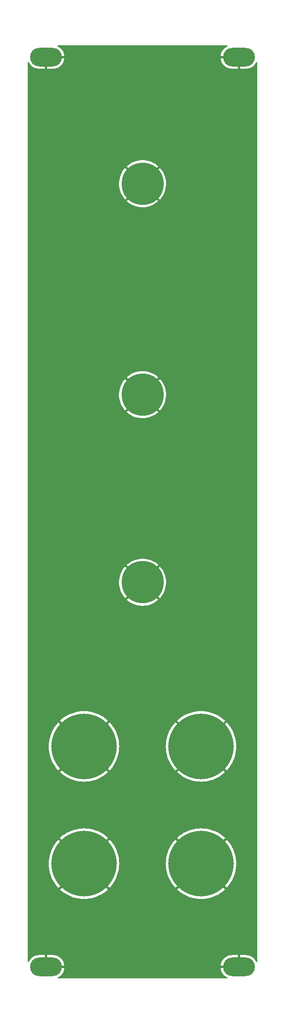
<source format=gbl>
G04 #@! TF.GenerationSoftware,KiCad,Pcbnew,6.0.4-6f826c9f35~116~ubuntu20.04.1*
G04 #@! TF.CreationDate,2022-04-19T12:37:51-04:00*
G04 #@! TF.ProjectId,vcapf_panel,76636170-665f-4706-916e-656c2e6b6963,rev?*
G04 #@! TF.SameCoordinates,Original*
G04 #@! TF.FileFunction,Copper,L2,Bot*
G04 #@! TF.FilePolarity,Positive*
%FSLAX46Y46*%
G04 Gerber Fmt 4.6, Leading zero omitted, Abs format (unit mm)*
G04 Created by KiCad (PCBNEW 6.0.4-6f826c9f35~116~ubuntu20.04.1) date 2022-04-19 12:37:51*
%MOMM*%
%LPD*%
G01*
G04 APERTURE LIST*
G04 #@! TA.AperFunction,ComponentPad*
%ADD10O,6.800000X4.000000*%
G04 #@! TD*
G04 #@! TA.AperFunction,ComponentPad*
%ADD11C,9.000000*%
G04 #@! TD*
G04 #@! TA.AperFunction,ComponentPad*
%ADD12C,14.000000*%
G04 #@! TD*
G04 APERTURE END LIST*
D10*
G04 #@! TO.P,H9,1*
G04 #@! TO.N,GND*
X61700000Y-10600000D03*
X61700000Y-204600000D03*
G04 #@! TD*
D11*
G04 #@! TO.P,H5,1*
G04 #@! TO.N,GND*
X41100000Y-37600000D03*
G04 #@! TD*
D12*
G04 #@! TO.P,H1,1*
G04 #@! TO.N,GND*
X28600000Y-157600000D03*
G04 #@! TD*
D10*
G04 #@! TO.P,H8,1*
G04 #@! TO.N,GND*
X20500000Y-10600000D03*
X20500000Y-204600000D03*
G04 #@! TD*
D12*
G04 #@! TO.P,H2,1*
G04 #@! TO.N,GND*
X28600000Y-182600000D03*
G04 #@! TD*
G04 #@! TO.P,H3,1*
G04 #@! TO.N,GND*
X53600000Y-157600000D03*
G04 #@! TD*
G04 #@! TO.P,H4,1*
G04 #@! TO.N,GND*
X53600000Y-182600000D03*
G04 #@! TD*
D11*
G04 #@! TO.P,H7,1*
G04 #@! TO.N,GND*
X41100000Y-82600000D03*
G04 #@! TD*
G04 #@! TO.P,H6,1*
G04 #@! TO.N,GND*
X41100000Y-122600000D03*
G04 #@! TD*
G04 #@! TA.AperFunction,Conductor*
G04 #@! TO.N,GND*
G36*
X59208761Y-8128502D02*
G01*
X59255254Y-8182158D01*
X59265358Y-8252432D01*
X59235864Y-8317012D01*
X59194288Y-8348508D01*
X59092959Y-8396190D01*
X59086026Y-8400001D01*
X58826271Y-8564847D01*
X58819868Y-8569498D01*
X58582813Y-8765607D01*
X58577046Y-8771023D01*
X58366443Y-8995293D01*
X58361404Y-9001384D01*
X58180570Y-9250281D01*
X58176330Y-9256961D01*
X58028110Y-9526572D01*
X58024753Y-9533707D01*
X57911492Y-9819770D01*
X57909047Y-9827296D01*
X57832538Y-10125279D01*
X57831055Y-10133050D01*
X57806425Y-10328026D01*
X57808728Y-10342306D01*
X57821720Y-10346000D01*
X61828000Y-10346000D01*
X61896121Y-10366002D01*
X61942614Y-10419658D01*
X61954000Y-10472000D01*
X61954000Y-13089885D01*
X61958475Y-13105124D01*
X61959865Y-13106329D01*
X61967548Y-13108000D01*
X63176829Y-13108000D01*
X63180820Y-13107874D01*
X63410994Y-13093393D01*
X63418855Y-13092400D01*
X63721046Y-13034754D01*
X63728723Y-13032783D01*
X64021309Y-12937716D01*
X64028672Y-12934801D01*
X64307041Y-12803811D01*
X64313974Y-12799999D01*
X64573729Y-12635153D01*
X64580132Y-12630502D01*
X64817187Y-12434393D01*
X64822954Y-12428977D01*
X65033557Y-12204707D01*
X65038596Y-12198616D01*
X65219430Y-11949719D01*
X65223670Y-11943039D01*
X65355085Y-11703996D01*
X65405431Y-11653937D01*
X65474848Y-11639044D01*
X65541297Y-11664045D01*
X65583681Y-11721002D01*
X65591500Y-11764697D01*
X65591500Y-203435303D01*
X65571498Y-203503424D01*
X65517842Y-203549917D01*
X65447568Y-203560021D01*
X65382988Y-203530527D01*
X65355085Y-203496004D01*
X65223670Y-203256961D01*
X65219430Y-203250281D01*
X65038596Y-203001384D01*
X65033557Y-202995293D01*
X64822954Y-202771023D01*
X64817187Y-202765607D01*
X64580132Y-202569498D01*
X64573729Y-202564847D01*
X64313974Y-202400001D01*
X64307041Y-202396189D01*
X64028672Y-202265199D01*
X64021309Y-202262284D01*
X63728723Y-202167217D01*
X63721046Y-202165246D01*
X63418855Y-202107600D01*
X63410994Y-202106607D01*
X63180820Y-202092126D01*
X63176829Y-202092000D01*
X61972115Y-202092000D01*
X61956876Y-202096475D01*
X61955671Y-202097865D01*
X61954000Y-202105548D01*
X61954000Y-204728000D01*
X61933998Y-204796121D01*
X61880342Y-204842614D01*
X61828000Y-204854000D01*
X57822269Y-204854000D01*
X57808392Y-204858075D01*
X57806355Y-204871426D01*
X57831055Y-205066950D01*
X57832538Y-205074721D01*
X57909047Y-205372704D01*
X57911492Y-205380230D01*
X58024753Y-205666293D01*
X58028110Y-205673428D01*
X58176330Y-205943039D01*
X58180570Y-205949719D01*
X58361404Y-206198616D01*
X58366443Y-206204707D01*
X58577046Y-206428977D01*
X58582813Y-206434393D01*
X58819868Y-206630502D01*
X58826271Y-206635153D01*
X59086026Y-206799999D01*
X59092959Y-206803810D01*
X59194288Y-206851492D01*
X59247409Y-206898594D01*
X59266632Y-206966939D01*
X59245853Y-207034827D01*
X59191670Y-207080704D01*
X59140640Y-207091500D01*
X23059360Y-207091500D01*
X22991239Y-207071498D01*
X22944746Y-207017842D01*
X22934642Y-206947568D01*
X22964136Y-206882988D01*
X23005712Y-206851492D01*
X23107041Y-206803810D01*
X23113974Y-206799999D01*
X23373729Y-206635153D01*
X23380132Y-206630502D01*
X23617187Y-206434393D01*
X23622954Y-206428977D01*
X23833557Y-206204707D01*
X23838596Y-206198616D01*
X24019430Y-205949719D01*
X24023670Y-205943039D01*
X24171890Y-205673428D01*
X24175247Y-205666293D01*
X24288508Y-205380230D01*
X24290953Y-205372704D01*
X24367462Y-205074721D01*
X24368945Y-205066950D01*
X24393575Y-204871974D01*
X24391272Y-204857694D01*
X24378280Y-204854000D01*
X20372000Y-204854000D01*
X20303879Y-204833998D01*
X20257386Y-204780342D01*
X20246000Y-204728000D01*
X20246000Y-204327885D01*
X20754000Y-204327885D01*
X20758475Y-204343124D01*
X20759865Y-204344329D01*
X20767548Y-204346000D01*
X24377731Y-204346000D01*
X24391608Y-204341925D01*
X24393645Y-204328574D01*
X24393576Y-204328026D01*
X57806425Y-204328026D01*
X57808728Y-204342306D01*
X57821720Y-204346000D01*
X61427885Y-204346000D01*
X61443124Y-204341525D01*
X61444329Y-204340135D01*
X61446000Y-204332452D01*
X61446000Y-202110115D01*
X61441525Y-202094876D01*
X61440135Y-202093671D01*
X61432452Y-202092000D01*
X60223171Y-202092000D01*
X60219180Y-202092126D01*
X59989006Y-202106607D01*
X59981145Y-202107600D01*
X59678954Y-202165246D01*
X59671277Y-202167217D01*
X59378691Y-202262284D01*
X59371328Y-202265199D01*
X59092959Y-202396189D01*
X59086026Y-202400001D01*
X58826271Y-202564847D01*
X58819868Y-202569498D01*
X58582813Y-202765607D01*
X58577046Y-202771023D01*
X58366443Y-202995293D01*
X58361404Y-203001384D01*
X58180570Y-203250281D01*
X58176330Y-203256961D01*
X58028110Y-203526572D01*
X58024753Y-203533707D01*
X57911492Y-203819770D01*
X57909047Y-203827296D01*
X57832538Y-204125279D01*
X57831055Y-204133050D01*
X57806425Y-204328026D01*
X24393576Y-204328026D01*
X24368945Y-204133050D01*
X24367462Y-204125279D01*
X24290953Y-203827296D01*
X24288508Y-203819770D01*
X24175247Y-203533707D01*
X24171890Y-203526572D01*
X24023670Y-203256961D01*
X24019430Y-203250281D01*
X23838596Y-203001384D01*
X23833557Y-202995293D01*
X23622954Y-202771023D01*
X23617187Y-202765607D01*
X23380132Y-202569498D01*
X23373729Y-202564847D01*
X23113974Y-202400001D01*
X23107041Y-202396189D01*
X22828672Y-202265199D01*
X22821309Y-202262284D01*
X22528723Y-202167217D01*
X22521046Y-202165246D01*
X22218855Y-202107600D01*
X22210994Y-202106607D01*
X21980820Y-202092126D01*
X21976829Y-202092000D01*
X20772115Y-202092000D01*
X20756876Y-202096475D01*
X20755671Y-202097865D01*
X20754000Y-202105548D01*
X20754000Y-204327885D01*
X20246000Y-204327885D01*
X20246000Y-202110115D01*
X20241525Y-202094876D01*
X20240135Y-202093671D01*
X20232452Y-202092000D01*
X19023171Y-202092000D01*
X19019180Y-202092126D01*
X18789006Y-202106607D01*
X18781145Y-202107600D01*
X18478954Y-202165246D01*
X18471277Y-202167217D01*
X18178691Y-202262284D01*
X18171328Y-202265199D01*
X17892959Y-202396189D01*
X17886026Y-202400001D01*
X17626271Y-202564847D01*
X17619868Y-202569498D01*
X17382813Y-202765607D01*
X17377046Y-202771023D01*
X17166443Y-202995293D01*
X17161404Y-203001384D01*
X16980570Y-203250281D01*
X16976330Y-203256961D01*
X16844915Y-203496004D01*
X16794569Y-203546063D01*
X16725152Y-203560956D01*
X16658703Y-203535955D01*
X16616319Y-203478998D01*
X16608500Y-203435303D01*
X16608500Y-188087102D01*
X23478438Y-188087102D01*
X23478462Y-188087441D01*
X23484285Y-188096073D01*
X23728991Y-188319913D01*
X23732445Y-188322852D01*
X24150430Y-188653550D01*
X24154067Y-188656222D01*
X24594618Y-188956182D01*
X24598446Y-188958593D01*
X25059337Y-189226300D01*
X25063309Y-189228421D01*
X25542148Y-189462483D01*
X25546284Y-189464325D01*
X26040627Y-189663551D01*
X26044871Y-189665087D01*
X26552218Y-189828467D01*
X26556539Y-189829689D01*
X27074254Y-189956374D01*
X27078695Y-189957294D01*
X27604141Y-190046637D01*
X27608595Y-190047232D01*
X28139106Y-190098782D01*
X28143579Y-190099056D01*
X28676427Y-190112543D01*
X28680930Y-190112496D01*
X29213352Y-190087853D01*
X29217836Y-190087485D01*
X29747152Y-190024836D01*
X29751591Y-190024149D01*
X30275087Y-189923814D01*
X30279446Y-189922815D01*
X30794414Y-189785311D01*
X30798727Y-189783992D01*
X31302525Y-189610028D01*
X31306740Y-189608402D01*
X31796805Y-189398866D01*
X31800892Y-189396943D01*
X32274731Y-189152900D01*
X32278658Y-189150696D01*
X32733828Y-188873404D01*
X32737624Y-188870901D01*
X33171786Y-188561788D01*
X33175372Y-188559036D01*
X33586362Y-188219640D01*
X33589705Y-188216672D01*
X33713630Y-188098453D01*
X33720179Y-188087102D01*
X48478438Y-188087102D01*
X48478462Y-188087441D01*
X48484285Y-188096073D01*
X48728991Y-188319913D01*
X48732445Y-188322852D01*
X49150430Y-188653550D01*
X49154067Y-188656222D01*
X49594618Y-188956182D01*
X49598446Y-188958593D01*
X50059337Y-189226300D01*
X50063309Y-189228421D01*
X50542148Y-189462483D01*
X50546284Y-189464325D01*
X51040627Y-189663551D01*
X51044871Y-189665087D01*
X51552218Y-189828467D01*
X51556539Y-189829689D01*
X52074254Y-189956374D01*
X52078695Y-189957294D01*
X52604141Y-190046637D01*
X52608595Y-190047232D01*
X53139106Y-190098782D01*
X53143579Y-190099056D01*
X53676427Y-190112543D01*
X53680930Y-190112496D01*
X54213352Y-190087853D01*
X54217836Y-190087485D01*
X54747152Y-190024836D01*
X54751591Y-190024149D01*
X55275087Y-189923814D01*
X55279446Y-189922815D01*
X55794414Y-189785311D01*
X55798727Y-189783992D01*
X56302525Y-189610028D01*
X56306740Y-189608402D01*
X56796805Y-189398866D01*
X56800892Y-189396943D01*
X57274731Y-189152900D01*
X57278658Y-189150696D01*
X57733828Y-188873404D01*
X57737624Y-188870901D01*
X58171786Y-188561788D01*
X58175372Y-188559036D01*
X58586362Y-188219640D01*
X58589705Y-188216672D01*
X58713630Y-188098453D01*
X58721568Y-188084695D01*
X58721518Y-188083649D01*
X58716625Y-188075835D01*
X53612812Y-182972022D01*
X53598868Y-182964408D01*
X53597035Y-182964539D01*
X53590420Y-182968790D01*
X48486052Y-188073158D01*
X48478438Y-188087102D01*
X33720179Y-188087102D01*
X33721568Y-188084695D01*
X33721518Y-188083649D01*
X33716625Y-188075835D01*
X28612812Y-182972022D01*
X28598868Y-182964408D01*
X28597035Y-182964539D01*
X28590420Y-182968790D01*
X23486052Y-188073158D01*
X23478438Y-188087102D01*
X16608500Y-188087102D01*
X16608500Y-182650201D01*
X21087236Y-182650201D01*
X21087267Y-182654699D01*
X21110052Y-183187215D01*
X21110404Y-183191696D01*
X21171206Y-183721240D01*
X21171874Y-183725659D01*
X21270381Y-184249497D01*
X21271370Y-184253884D01*
X21407070Y-184769308D01*
X21408381Y-184773648D01*
X21580581Y-185278039D01*
X21582188Y-185282249D01*
X21790028Y-185773079D01*
X21791917Y-185777129D01*
X22034314Y-186251836D01*
X22036507Y-186255776D01*
X22312217Y-186711925D01*
X22314678Y-186715685D01*
X22622290Y-187150947D01*
X22625036Y-187154552D01*
X22962987Y-187566712D01*
X22965944Y-187570066D01*
X23101751Y-187713428D01*
X23115482Y-187721415D01*
X23116410Y-187721374D01*
X23124399Y-187716391D01*
X28227978Y-182612812D01*
X28234356Y-182601132D01*
X28964408Y-182601132D01*
X28964539Y-182602965D01*
X28968790Y-182609580D01*
X34073389Y-187714179D01*
X34087333Y-187721793D01*
X34087556Y-187721778D01*
X34096338Y-187715831D01*
X34336905Y-187450987D01*
X34339793Y-187447570D01*
X34669044Y-187028414D01*
X34671701Y-187024771D01*
X34970130Y-186583164D01*
X34972526Y-186579329D01*
X35238617Y-186117514D01*
X35240726Y-186113531D01*
X35473116Y-185633878D01*
X35474941Y-185629741D01*
X35672446Y-185134690D01*
X35673961Y-185130460D01*
X35835567Y-184622549D01*
X35836781Y-184618202D01*
X35961661Y-184100034D01*
X35962555Y-184095638D01*
X36050064Y-183569885D01*
X36050649Y-183565380D01*
X36100363Y-183034517D01*
X36100613Y-183030439D01*
X36111566Y-182650201D01*
X46087236Y-182650201D01*
X46087267Y-182654699D01*
X46110052Y-183187215D01*
X46110404Y-183191696D01*
X46171206Y-183721240D01*
X46171874Y-183725659D01*
X46270381Y-184249497D01*
X46271370Y-184253884D01*
X46407070Y-184769308D01*
X46408381Y-184773648D01*
X46580581Y-185278039D01*
X46582188Y-185282249D01*
X46790028Y-185773079D01*
X46791917Y-185777129D01*
X47034314Y-186251836D01*
X47036507Y-186255776D01*
X47312217Y-186711925D01*
X47314678Y-186715685D01*
X47622290Y-187150947D01*
X47625036Y-187154552D01*
X47962987Y-187566712D01*
X47965944Y-187570066D01*
X48101751Y-187713428D01*
X48115482Y-187721415D01*
X48116410Y-187721374D01*
X48124399Y-187716391D01*
X53227978Y-182612812D01*
X53234356Y-182601132D01*
X53964408Y-182601132D01*
X53964539Y-182602965D01*
X53968790Y-182609580D01*
X59073389Y-187714179D01*
X59087333Y-187721793D01*
X59087556Y-187721778D01*
X59096338Y-187715831D01*
X59336905Y-187450987D01*
X59339793Y-187447570D01*
X59669044Y-187028414D01*
X59671701Y-187024771D01*
X59970130Y-186583164D01*
X59972526Y-186579329D01*
X60238617Y-186117514D01*
X60240726Y-186113531D01*
X60473116Y-185633878D01*
X60474941Y-185629741D01*
X60672446Y-185134690D01*
X60673961Y-185130460D01*
X60835567Y-184622549D01*
X60836781Y-184618202D01*
X60961661Y-184100034D01*
X60962555Y-184095638D01*
X61050064Y-183569885D01*
X61050649Y-183565380D01*
X61100363Y-183034517D01*
X61100613Y-183030439D01*
X61112954Y-182602024D01*
X61112939Y-182597967D01*
X61093866Y-182065096D01*
X61093544Y-182060601D01*
X61036442Y-181530662D01*
X61035800Y-181526211D01*
X60940955Y-181001710D01*
X60939999Y-180997327D01*
X60807892Y-180480933D01*
X60806630Y-180476645D01*
X60637938Y-179971015D01*
X60636370Y-179966818D01*
X60431966Y-179474558D01*
X60430088Y-179470456D01*
X60191023Y-178994094D01*
X60188855Y-178990133D01*
X59916347Y-178532090D01*
X59913891Y-178528279D01*
X59609331Y-178090890D01*
X59606624Y-178087284D01*
X59271552Y-177672765D01*
X59268609Y-177669380D01*
X59098034Y-177486780D01*
X59084361Y-177478698D01*
X59083667Y-177478724D01*
X59075320Y-177483890D01*
X53972022Y-182587188D01*
X53964408Y-182601132D01*
X53234356Y-182601132D01*
X53235592Y-182598868D01*
X53235461Y-182597035D01*
X53231210Y-182590420D01*
X48127007Y-177486217D01*
X48113063Y-177478603D01*
X48112606Y-177478635D01*
X48104130Y-177484332D01*
X47897104Y-177709077D01*
X47894190Y-177712477D01*
X47562015Y-178129331D01*
X47559344Y-178132941D01*
X47257831Y-178572465D01*
X47255409Y-178576283D01*
X46986107Y-179036216D01*
X46983964Y-179040196D01*
X46748233Y-179518211D01*
X46746376Y-179522343D01*
X46545427Y-180015984D01*
X46543874Y-180020230D01*
X46378729Y-180526984D01*
X46377484Y-180531326D01*
X46248991Y-181048608D01*
X46248067Y-181052991D01*
X46156885Y-181578152D01*
X46156274Y-181582609D01*
X46102873Y-182112930D01*
X46102583Y-182117413D01*
X46087236Y-182650201D01*
X36111566Y-182650201D01*
X36112954Y-182602024D01*
X36112939Y-182597967D01*
X36093866Y-182065096D01*
X36093544Y-182060601D01*
X36036442Y-181530662D01*
X36035800Y-181526211D01*
X35940955Y-181001710D01*
X35939999Y-180997327D01*
X35807892Y-180480933D01*
X35806630Y-180476645D01*
X35637938Y-179971015D01*
X35636370Y-179966818D01*
X35431966Y-179474558D01*
X35430088Y-179470456D01*
X35191023Y-178994094D01*
X35188855Y-178990133D01*
X34916347Y-178532090D01*
X34913891Y-178528279D01*
X34609331Y-178090890D01*
X34606624Y-178087284D01*
X34271552Y-177672765D01*
X34268609Y-177669380D01*
X34098034Y-177486780D01*
X34084361Y-177478698D01*
X34083667Y-177478724D01*
X34075320Y-177483890D01*
X28972022Y-182587188D01*
X28964408Y-182601132D01*
X28234356Y-182601132D01*
X28235592Y-182598868D01*
X28235461Y-182597035D01*
X28231210Y-182590420D01*
X23127007Y-177486217D01*
X23113063Y-177478603D01*
X23112606Y-177478635D01*
X23104130Y-177484332D01*
X22897104Y-177709077D01*
X22894190Y-177712477D01*
X22562015Y-178129331D01*
X22559344Y-178132941D01*
X22257831Y-178572465D01*
X22255409Y-178576283D01*
X21986107Y-179036216D01*
X21983964Y-179040196D01*
X21748233Y-179518211D01*
X21746376Y-179522343D01*
X21545427Y-180015984D01*
X21543874Y-180020230D01*
X21378729Y-180526984D01*
X21377484Y-180531326D01*
X21248991Y-181048608D01*
X21248067Y-181052991D01*
X21156885Y-181578152D01*
X21156274Y-181582609D01*
X21102873Y-182112930D01*
X21102583Y-182117413D01*
X21087236Y-182650201D01*
X16608500Y-182650201D01*
X16608500Y-177115591D01*
X23478674Y-177115591D01*
X23478707Y-177116404D01*
X23483783Y-177124573D01*
X28587188Y-182227978D01*
X28601132Y-182235592D01*
X28602965Y-182235461D01*
X28609580Y-182231210D01*
X33713682Y-177127108D01*
X33719971Y-177115591D01*
X48478674Y-177115591D01*
X48478707Y-177116404D01*
X48483783Y-177124573D01*
X53587188Y-182227978D01*
X53601132Y-182235592D01*
X53602965Y-182235461D01*
X53609580Y-182231210D01*
X58713682Y-177127108D01*
X58721296Y-177113164D01*
X58721255Y-177112590D01*
X58715684Y-177104268D01*
X58510818Y-176914228D01*
X58507387Y-176911267D01*
X58091729Y-176577666D01*
X58088115Y-176574972D01*
X57649654Y-176271933D01*
X57645835Y-176269490D01*
X57186846Y-175998585D01*
X57182877Y-175996430D01*
X56705679Y-175759028D01*
X56701575Y-175757166D01*
X56208610Y-175554483D01*
X56204395Y-175552924D01*
X55698199Y-175386006D01*
X55693883Y-175384752D01*
X55177042Y-175254451D01*
X55172665Y-175253513D01*
X54647822Y-175160496D01*
X54643365Y-175159870D01*
X54113241Y-175104620D01*
X54108747Y-175104313D01*
X53576027Y-175087107D01*
X53571530Y-175087122D01*
X53038927Y-175108048D01*
X53034451Y-175108384D01*
X52504713Y-175167336D01*
X52500261Y-175167994D01*
X51976106Y-175264667D01*
X51971701Y-175265643D01*
X51455801Y-175399545D01*
X51451490Y-175400830D01*
X50946471Y-175571278D01*
X50942259Y-175572870D01*
X50450723Y-175778988D01*
X50446647Y-175780871D01*
X49971109Y-176021605D01*
X49967158Y-176023786D01*
X49510063Y-176297893D01*
X49506267Y-176300358D01*
X49069930Y-176606452D01*
X49066347Y-176609162D01*
X48653007Y-176945674D01*
X48649617Y-176948642D01*
X48486708Y-177101891D01*
X48478674Y-177115591D01*
X33719971Y-177115591D01*
X33721296Y-177113164D01*
X33721255Y-177112590D01*
X33715684Y-177104268D01*
X33510818Y-176914228D01*
X33507387Y-176911267D01*
X33091729Y-176577666D01*
X33088115Y-176574972D01*
X32649654Y-176271933D01*
X32645835Y-176269490D01*
X32186846Y-175998585D01*
X32182877Y-175996430D01*
X31705679Y-175759028D01*
X31701575Y-175757166D01*
X31208610Y-175554483D01*
X31204395Y-175552924D01*
X30698199Y-175386006D01*
X30693883Y-175384752D01*
X30177042Y-175254451D01*
X30172665Y-175253513D01*
X29647822Y-175160496D01*
X29643365Y-175159870D01*
X29113241Y-175104620D01*
X29108747Y-175104313D01*
X28576027Y-175087107D01*
X28571530Y-175087122D01*
X28038927Y-175108048D01*
X28034451Y-175108384D01*
X27504713Y-175167336D01*
X27500261Y-175167994D01*
X26976106Y-175264667D01*
X26971701Y-175265643D01*
X26455801Y-175399545D01*
X26451490Y-175400830D01*
X25946471Y-175571278D01*
X25942259Y-175572870D01*
X25450723Y-175778988D01*
X25446647Y-175780871D01*
X24971109Y-176021605D01*
X24967158Y-176023786D01*
X24510063Y-176297893D01*
X24506267Y-176300358D01*
X24069930Y-176606452D01*
X24066347Y-176609162D01*
X23653007Y-176945674D01*
X23649617Y-176948642D01*
X23486708Y-177101891D01*
X23478674Y-177115591D01*
X16608500Y-177115591D01*
X16608500Y-163087102D01*
X23478438Y-163087102D01*
X23478462Y-163087441D01*
X23484285Y-163096073D01*
X23728991Y-163319913D01*
X23732445Y-163322852D01*
X24150430Y-163653550D01*
X24154067Y-163656222D01*
X24594618Y-163956182D01*
X24598446Y-163958593D01*
X25059337Y-164226300D01*
X25063309Y-164228421D01*
X25542148Y-164462483D01*
X25546284Y-164464325D01*
X26040627Y-164663551D01*
X26044871Y-164665087D01*
X26552218Y-164828467D01*
X26556539Y-164829689D01*
X27074254Y-164956374D01*
X27078695Y-164957294D01*
X27604141Y-165046637D01*
X27608595Y-165047232D01*
X28139106Y-165098782D01*
X28143579Y-165099056D01*
X28676427Y-165112543D01*
X28680930Y-165112496D01*
X29213352Y-165087853D01*
X29217836Y-165087485D01*
X29747152Y-165024836D01*
X29751591Y-165024149D01*
X30275087Y-164923814D01*
X30279446Y-164922815D01*
X30794414Y-164785311D01*
X30798727Y-164783992D01*
X31302525Y-164610028D01*
X31306740Y-164608402D01*
X31796805Y-164398866D01*
X31800892Y-164396943D01*
X32274731Y-164152900D01*
X32278658Y-164150696D01*
X32733828Y-163873404D01*
X32737624Y-163870901D01*
X33171786Y-163561788D01*
X33175372Y-163559036D01*
X33586362Y-163219640D01*
X33589705Y-163216672D01*
X33713630Y-163098453D01*
X33720179Y-163087102D01*
X48478438Y-163087102D01*
X48478462Y-163087441D01*
X48484285Y-163096073D01*
X48728991Y-163319913D01*
X48732445Y-163322852D01*
X49150430Y-163653550D01*
X49154067Y-163656222D01*
X49594618Y-163956182D01*
X49598446Y-163958593D01*
X50059337Y-164226300D01*
X50063309Y-164228421D01*
X50542148Y-164462483D01*
X50546284Y-164464325D01*
X51040627Y-164663551D01*
X51044871Y-164665087D01*
X51552218Y-164828467D01*
X51556539Y-164829689D01*
X52074254Y-164956374D01*
X52078695Y-164957294D01*
X52604141Y-165046637D01*
X52608595Y-165047232D01*
X53139106Y-165098782D01*
X53143579Y-165099056D01*
X53676427Y-165112543D01*
X53680930Y-165112496D01*
X54213352Y-165087853D01*
X54217836Y-165087485D01*
X54747152Y-165024836D01*
X54751591Y-165024149D01*
X55275087Y-164923814D01*
X55279446Y-164922815D01*
X55794414Y-164785311D01*
X55798727Y-164783992D01*
X56302525Y-164610028D01*
X56306740Y-164608402D01*
X56796805Y-164398866D01*
X56800892Y-164396943D01*
X57274731Y-164152900D01*
X57278658Y-164150696D01*
X57733828Y-163873404D01*
X57737624Y-163870901D01*
X58171786Y-163561788D01*
X58175372Y-163559036D01*
X58586362Y-163219640D01*
X58589705Y-163216672D01*
X58713630Y-163098453D01*
X58721568Y-163084695D01*
X58721518Y-163083649D01*
X58716625Y-163075835D01*
X53612812Y-157972022D01*
X53598868Y-157964408D01*
X53597035Y-157964539D01*
X53590420Y-157968790D01*
X48486052Y-163073158D01*
X48478438Y-163087102D01*
X33720179Y-163087102D01*
X33721568Y-163084695D01*
X33721518Y-163083649D01*
X33716625Y-163075835D01*
X28612812Y-157972022D01*
X28598868Y-157964408D01*
X28597035Y-157964539D01*
X28590420Y-157968790D01*
X23486052Y-163073158D01*
X23478438Y-163087102D01*
X16608500Y-163087102D01*
X16608500Y-157650201D01*
X21087236Y-157650201D01*
X21087267Y-157654699D01*
X21110052Y-158187215D01*
X21110404Y-158191696D01*
X21171206Y-158721240D01*
X21171874Y-158725659D01*
X21270381Y-159249497D01*
X21271370Y-159253884D01*
X21407070Y-159769308D01*
X21408381Y-159773648D01*
X21580581Y-160278039D01*
X21582188Y-160282249D01*
X21790028Y-160773079D01*
X21791917Y-160777129D01*
X22034314Y-161251836D01*
X22036507Y-161255776D01*
X22312217Y-161711925D01*
X22314678Y-161715685D01*
X22622290Y-162150947D01*
X22625036Y-162154552D01*
X22962987Y-162566712D01*
X22965944Y-162570066D01*
X23101751Y-162713428D01*
X23115482Y-162721415D01*
X23116410Y-162721374D01*
X23124399Y-162716391D01*
X28227978Y-157612812D01*
X28234356Y-157601132D01*
X28964408Y-157601132D01*
X28964539Y-157602965D01*
X28968790Y-157609580D01*
X34073389Y-162714179D01*
X34087333Y-162721793D01*
X34087556Y-162721778D01*
X34096338Y-162715831D01*
X34336905Y-162450987D01*
X34339793Y-162447570D01*
X34669044Y-162028414D01*
X34671701Y-162024771D01*
X34970130Y-161583164D01*
X34972526Y-161579329D01*
X35238617Y-161117514D01*
X35240726Y-161113531D01*
X35473116Y-160633878D01*
X35474941Y-160629741D01*
X35672446Y-160134690D01*
X35673961Y-160130460D01*
X35835567Y-159622549D01*
X35836781Y-159618202D01*
X35961661Y-159100034D01*
X35962555Y-159095638D01*
X36050064Y-158569885D01*
X36050649Y-158565380D01*
X36100363Y-158034517D01*
X36100613Y-158030439D01*
X36111566Y-157650201D01*
X46087236Y-157650201D01*
X46087267Y-157654699D01*
X46110052Y-158187215D01*
X46110404Y-158191696D01*
X46171206Y-158721240D01*
X46171874Y-158725659D01*
X46270381Y-159249497D01*
X46271370Y-159253884D01*
X46407070Y-159769308D01*
X46408381Y-159773648D01*
X46580581Y-160278039D01*
X46582188Y-160282249D01*
X46790028Y-160773079D01*
X46791917Y-160777129D01*
X47034314Y-161251836D01*
X47036507Y-161255776D01*
X47312217Y-161711925D01*
X47314678Y-161715685D01*
X47622290Y-162150947D01*
X47625036Y-162154552D01*
X47962987Y-162566712D01*
X47965944Y-162570066D01*
X48101751Y-162713428D01*
X48115482Y-162721415D01*
X48116410Y-162721374D01*
X48124399Y-162716391D01*
X53227978Y-157612812D01*
X53234356Y-157601132D01*
X53964408Y-157601132D01*
X53964539Y-157602965D01*
X53968790Y-157609580D01*
X59073389Y-162714179D01*
X59087333Y-162721793D01*
X59087556Y-162721778D01*
X59096338Y-162715831D01*
X59336905Y-162450987D01*
X59339793Y-162447570D01*
X59669044Y-162028414D01*
X59671701Y-162024771D01*
X59970130Y-161583164D01*
X59972526Y-161579329D01*
X60238617Y-161117514D01*
X60240726Y-161113531D01*
X60473116Y-160633878D01*
X60474941Y-160629741D01*
X60672446Y-160134690D01*
X60673961Y-160130460D01*
X60835567Y-159622549D01*
X60836781Y-159618202D01*
X60961661Y-159100034D01*
X60962555Y-159095638D01*
X61050064Y-158569885D01*
X61050649Y-158565380D01*
X61100363Y-158034517D01*
X61100613Y-158030439D01*
X61112954Y-157602024D01*
X61112939Y-157597967D01*
X61093866Y-157065096D01*
X61093544Y-157060601D01*
X61036442Y-156530662D01*
X61035800Y-156526211D01*
X60940955Y-156001710D01*
X60939999Y-155997327D01*
X60807892Y-155480933D01*
X60806630Y-155476645D01*
X60637938Y-154971015D01*
X60636370Y-154966818D01*
X60431966Y-154474558D01*
X60430088Y-154470456D01*
X60191023Y-153994094D01*
X60188855Y-153990133D01*
X59916347Y-153532090D01*
X59913891Y-153528279D01*
X59609331Y-153090890D01*
X59606624Y-153087284D01*
X59271552Y-152672765D01*
X59268609Y-152669380D01*
X59098034Y-152486780D01*
X59084361Y-152478698D01*
X59083667Y-152478724D01*
X59075320Y-152483890D01*
X53972022Y-157587188D01*
X53964408Y-157601132D01*
X53234356Y-157601132D01*
X53235592Y-157598868D01*
X53235461Y-157597035D01*
X53231210Y-157590420D01*
X48127007Y-152486217D01*
X48113063Y-152478603D01*
X48112606Y-152478635D01*
X48104130Y-152484332D01*
X47897104Y-152709077D01*
X47894190Y-152712477D01*
X47562015Y-153129331D01*
X47559344Y-153132941D01*
X47257831Y-153572465D01*
X47255409Y-153576283D01*
X46986107Y-154036216D01*
X46983964Y-154040196D01*
X46748233Y-154518211D01*
X46746376Y-154522343D01*
X46545427Y-155015984D01*
X46543874Y-155020230D01*
X46378729Y-155526984D01*
X46377484Y-155531326D01*
X46248991Y-156048608D01*
X46248067Y-156052991D01*
X46156885Y-156578152D01*
X46156274Y-156582609D01*
X46102873Y-157112930D01*
X46102583Y-157117413D01*
X46087236Y-157650201D01*
X36111566Y-157650201D01*
X36112954Y-157602024D01*
X36112939Y-157597967D01*
X36093866Y-157065096D01*
X36093544Y-157060601D01*
X36036442Y-156530662D01*
X36035800Y-156526211D01*
X35940955Y-156001710D01*
X35939999Y-155997327D01*
X35807892Y-155480933D01*
X35806630Y-155476645D01*
X35637938Y-154971015D01*
X35636370Y-154966818D01*
X35431966Y-154474558D01*
X35430088Y-154470456D01*
X35191023Y-153994094D01*
X35188855Y-153990133D01*
X34916347Y-153532090D01*
X34913891Y-153528279D01*
X34609331Y-153090890D01*
X34606624Y-153087284D01*
X34271552Y-152672765D01*
X34268609Y-152669380D01*
X34098034Y-152486780D01*
X34084361Y-152478698D01*
X34083667Y-152478724D01*
X34075320Y-152483890D01*
X28972022Y-157587188D01*
X28964408Y-157601132D01*
X28234356Y-157601132D01*
X28235592Y-157598868D01*
X28235461Y-157597035D01*
X28231210Y-157590420D01*
X23127007Y-152486217D01*
X23113063Y-152478603D01*
X23112606Y-152478635D01*
X23104130Y-152484332D01*
X22897104Y-152709077D01*
X22894190Y-152712477D01*
X22562015Y-153129331D01*
X22559344Y-153132941D01*
X22257831Y-153572465D01*
X22255409Y-153576283D01*
X21986107Y-154036216D01*
X21983964Y-154040196D01*
X21748233Y-154518211D01*
X21746376Y-154522343D01*
X21545427Y-155015984D01*
X21543874Y-155020230D01*
X21378729Y-155526984D01*
X21377484Y-155531326D01*
X21248991Y-156048608D01*
X21248067Y-156052991D01*
X21156885Y-156578152D01*
X21156274Y-156582609D01*
X21102873Y-157112930D01*
X21102583Y-157117413D01*
X21087236Y-157650201D01*
X16608500Y-157650201D01*
X16608500Y-152115591D01*
X23478674Y-152115591D01*
X23478707Y-152116404D01*
X23483783Y-152124573D01*
X28587188Y-157227978D01*
X28601132Y-157235592D01*
X28602965Y-157235461D01*
X28609580Y-157231210D01*
X33713682Y-152127108D01*
X33719971Y-152115591D01*
X48478674Y-152115591D01*
X48478707Y-152116404D01*
X48483783Y-152124573D01*
X53587188Y-157227978D01*
X53601132Y-157235592D01*
X53602965Y-157235461D01*
X53609580Y-157231210D01*
X58713682Y-152127108D01*
X58721296Y-152113164D01*
X58721255Y-152112590D01*
X58715684Y-152104268D01*
X58510818Y-151914228D01*
X58507387Y-151911267D01*
X58091729Y-151577666D01*
X58088115Y-151574972D01*
X57649654Y-151271933D01*
X57645835Y-151269490D01*
X57186846Y-150998585D01*
X57182877Y-150996430D01*
X56705679Y-150759028D01*
X56701575Y-150757166D01*
X56208610Y-150554483D01*
X56204395Y-150552924D01*
X55698199Y-150386006D01*
X55693883Y-150384752D01*
X55177042Y-150254451D01*
X55172665Y-150253513D01*
X54647822Y-150160496D01*
X54643365Y-150159870D01*
X54113241Y-150104620D01*
X54108747Y-150104313D01*
X53576027Y-150087107D01*
X53571530Y-150087122D01*
X53038927Y-150108048D01*
X53034451Y-150108384D01*
X52504713Y-150167336D01*
X52500261Y-150167994D01*
X51976106Y-150264667D01*
X51971701Y-150265643D01*
X51455801Y-150399545D01*
X51451490Y-150400830D01*
X50946471Y-150571278D01*
X50942259Y-150572870D01*
X50450723Y-150778988D01*
X50446647Y-150780871D01*
X49971109Y-151021605D01*
X49967158Y-151023786D01*
X49510063Y-151297893D01*
X49506267Y-151300358D01*
X49069930Y-151606452D01*
X49066347Y-151609162D01*
X48653007Y-151945674D01*
X48649617Y-151948642D01*
X48486708Y-152101891D01*
X48478674Y-152115591D01*
X33719971Y-152115591D01*
X33721296Y-152113164D01*
X33721255Y-152112590D01*
X33715684Y-152104268D01*
X33510818Y-151914228D01*
X33507387Y-151911267D01*
X33091729Y-151577666D01*
X33088115Y-151574972D01*
X32649654Y-151271933D01*
X32645835Y-151269490D01*
X32186846Y-150998585D01*
X32182877Y-150996430D01*
X31705679Y-150759028D01*
X31701575Y-150757166D01*
X31208610Y-150554483D01*
X31204395Y-150552924D01*
X30698199Y-150386006D01*
X30693883Y-150384752D01*
X30177042Y-150254451D01*
X30172665Y-150253513D01*
X29647822Y-150160496D01*
X29643365Y-150159870D01*
X29113241Y-150104620D01*
X29108747Y-150104313D01*
X28576027Y-150087107D01*
X28571530Y-150087122D01*
X28038927Y-150108048D01*
X28034451Y-150108384D01*
X27504713Y-150167336D01*
X27500261Y-150167994D01*
X26976106Y-150264667D01*
X26971701Y-150265643D01*
X26455801Y-150399545D01*
X26451490Y-150400830D01*
X25946471Y-150571278D01*
X25942259Y-150572870D01*
X25450723Y-150778988D01*
X25446647Y-150780871D01*
X24971109Y-151021605D01*
X24967158Y-151023786D01*
X24510063Y-151297893D01*
X24506267Y-151300358D01*
X24069930Y-151606452D01*
X24066347Y-151609162D01*
X23653007Y-151945674D01*
X23649617Y-151948642D01*
X23486708Y-152101891D01*
X23478674Y-152115591D01*
X16608500Y-152115591D01*
X16608500Y-126317924D01*
X37747616Y-126317924D01*
X37747665Y-126318616D01*
X37753111Y-126326781D01*
X37842226Y-126410027D01*
X37846503Y-126413681D01*
X38193829Y-126684553D01*
X38198386Y-126687792D01*
X38568432Y-126926727D01*
X38573261Y-126929549D01*
X38963048Y-127134626D01*
X38968150Y-127137027D01*
X39374633Y-127306647D01*
X39379888Y-127308570D01*
X39799860Y-127441389D01*
X39805259Y-127442836D01*
X40235375Y-127537796D01*
X40240886Y-127538758D01*
X40677749Y-127595110D01*
X40683312Y-127595577D01*
X41123453Y-127612869D01*
X41129045Y-127612840D01*
X41568965Y-127590940D01*
X41574548Y-127590412D01*
X42010788Y-127529490D01*
X42016275Y-127528473D01*
X42445381Y-127429012D01*
X42450767Y-127427508D01*
X42869333Y-127290296D01*
X42874550Y-127288324D01*
X43279260Y-127114447D01*
X43284303Y-127112009D01*
X43671943Y-126902850D01*
X43676747Y-126899975D01*
X44044239Y-126657198D01*
X44048802Y-126653883D01*
X44393266Y-126379393D01*
X44397481Y-126375716D01*
X44445286Y-126330112D01*
X44453226Y-126316352D01*
X44453176Y-126315307D01*
X44448285Y-126307495D01*
X41112812Y-122972022D01*
X41098868Y-122964408D01*
X41097035Y-122964539D01*
X41090420Y-122968790D01*
X37755230Y-126303980D01*
X37747616Y-126317924D01*
X16608500Y-126317924D01*
X16608500Y-122471585D01*
X36088722Y-122471585D01*
X36096793Y-122911981D01*
X36097143Y-122917547D01*
X36144333Y-123355491D01*
X36145180Y-123361030D01*
X36231112Y-123793042D01*
X36232441Y-123798453D01*
X36356444Y-124221138D01*
X36358250Y-124226413D01*
X36519326Y-124636377D01*
X36521608Y-124641501D01*
X36718485Y-125035516D01*
X36721209Y-125040409D01*
X36952333Y-125415363D01*
X36955484Y-125419999D01*
X37219031Y-125772931D01*
X37222564Y-125777248D01*
X37371583Y-125943625D01*
X37385079Y-125951989D01*
X37394491Y-125946299D01*
X40727978Y-122612812D01*
X40734356Y-122601132D01*
X41464408Y-122601132D01*
X41464539Y-122602965D01*
X41468790Y-122609580D01*
X44803870Y-125944660D01*
X44817631Y-125952174D01*
X44826992Y-125945716D01*
X45010483Y-125736482D01*
X45013988Y-125732109D01*
X45273825Y-125376435D01*
X45276920Y-125371777D01*
X45504101Y-124994431D01*
X45506782Y-124989492D01*
X45699515Y-124593455D01*
X45701750Y-124588289D01*
X45858519Y-124176675D01*
X45860275Y-124171363D01*
X45979838Y-123747427D01*
X45981114Y-123741991D01*
X46062520Y-123309092D01*
X46063307Y-123303555D01*
X46105963Y-122864580D01*
X46106236Y-122860143D01*
X46112990Y-122602234D01*
X46112948Y-122597762D01*
X46093327Y-122157177D01*
X46092829Y-122151590D01*
X46034193Y-121715047D01*
X46033200Y-121709524D01*
X45935990Y-121279920D01*
X45934517Y-121274533D01*
X45799499Y-120855261D01*
X45797544Y-120850003D01*
X45625801Y-120444419D01*
X45623382Y-120439348D01*
X45416253Y-120050614D01*
X45413418Y-120045819D01*
X45172538Y-119677013D01*
X45169287Y-119672489D01*
X44896582Y-119326564D01*
X44892934Y-119322338D01*
X44829587Y-119255233D01*
X44815871Y-119247222D01*
X44815000Y-119247259D01*
X44806923Y-119252287D01*
X41472022Y-122587188D01*
X41464408Y-122601132D01*
X40734356Y-122601132D01*
X40735592Y-122598868D01*
X40735461Y-122597035D01*
X40731210Y-122590420D01*
X37393542Y-119252752D01*
X37380234Y-119245485D01*
X37370195Y-119252607D01*
X37108756Y-119566953D01*
X37105361Y-119571425D01*
X36854932Y-119933765D01*
X36851953Y-119938515D01*
X36634719Y-120321695D01*
X36632188Y-120326662D01*
X36449866Y-120727656D01*
X36447788Y-120732824D01*
X36301840Y-121148426D01*
X36300219Y-121153795D01*
X36191798Y-121580705D01*
X36190664Y-121586178D01*
X36120621Y-122021044D01*
X36119976Y-122026622D01*
X36088869Y-122465964D01*
X36088722Y-122471585D01*
X16608500Y-122471585D01*
X16608500Y-118882502D01*
X37746077Y-118882502D01*
X37752184Y-118892974D01*
X41087188Y-122227978D01*
X41101132Y-122235592D01*
X41102965Y-122235461D01*
X41109580Y-122231210D01*
X44444435Y-118896355D01*
X44451998Y-118882505D01*
X44445671Y-118873283D01*
X44256913Y-118705992D01*
X44252551Y-118702459D01*
X43898262Y-118440778D01*
X43893609Y-118437651D01*
X43517453Y-118208495D01*
X43512536Y-118205791D01*
X43117488Y-118010974D01*
X43112379Y-118008732D01*
X42701563Y-117849799D01*
X42696273Y-117848019D01*
X42272954Y-117726234D01*
X42267530Y-117724932D01*
X41835068Y-117641261D01*
X41829539Y-117640445D01*
X41391353Y-117595550D01*
X41385771Y-117595228D01*
X40945346Y-117589463D01*
X40939735Y-117589639D01*
X40500541Y-117623048D01*
X40494984Y-117623720D01*
X40060504Y-117696037D01*
X40055007Y-117697205D01*
X39628680Y-117807858D01*
X39623314Y-117809510D01*
X39208509Y-117957622D01*
X39203321Y-117959739D01*
X38803311Y-118144147D01*
X38798342Y-118146711D01*
X38416308Y-118365948D01*
X38411575Y-118368951D01*
X38050545Y-118621278D01*
X38046104Y-118624686D01*
X37754521Y-118869785D01*
X37746077Y-118882502D01*
X16608500Y-118882502D01*
X16608500Y-86317924D01*
X37747616Y-86317924D01*
X37747665Y-86318616D01*
X37753111Y-86326781D01*
X37842226Y-86410027D01*
X37846503Y-86413681D01*
X38193829Y-86684553D01*
X38198386Y-86687792D01*
X38568432Y-86926727D01*
X38573261Y-86929549D01*
X38963048Y-87134626D01*
X38968150Y-87137027D01*
X39374633Y-87306647D01*
X39379888Y-87308570D01*
X39799860Y-87441389D01*
X39805259Y-87442836D01*
X40235375Y-87537796D01*
X40240886Y-87538758D01*
X40677749Y-87595110D01*
X40683312Y-87595577D01*
X41123453Y-87612869D01*
X41129045Y-87612840D01*
X41568965Y-87590940D01*
X41574548Y-87590412D01*
X42010788Y-87529490D01*
X42016275Y-87528473D01*
X42445381Y-87429012D01*
X42450767Y-87427508D01*
X42869333Y-87290296D01*
X42874550Y-87288324D01*
X43279260Y-87114447D01*
X43284303Y-87112009D01*
X43671943Y-86902850D01*
X43676747Y-86899975D01*
X44044239Y-86657198D01*
X44048802Y-86653883D01*
X44393266Y-86379393D01*
X44397481Y-86375716D01*
X44445286Y-86330112D01*
X44453226Y-86316352D01*
X44453176Y-86315307D01*
X44448285Y-86307495D01*
X41112812Y-82972022D01*
X41098868Y-82964408D01*
X41097035Y-82964539D01*
X41090420Y-82968790D01*
X37755230Y-86303980D01*
X37747616Y-86317924D01*
X16608500Y-86317924D01*
X16608500Y-82471585D01*
X36088722Y-82471585D01*
X36096793Y-82911981D01*
X36097143Y-82917547D01*
X36144333Y-83355491D01*
X36145180Y-83361030D01*
X36231112Y-83793042D01*
X36232441Y-83798453D01*
X36356444Y-84221138D01*
X36358250Y-84226413D01*
X36519326Y-84636377D01*
X36521608Y-84641501D01*
X36718485Y-85035516D01*
X36721209Y-85040409D01*
X36952333Y-85415363D01*
X36955484Y-85419999D01*
X37219031Y-85772931D01*
X37222564Y-85777248D01*
X37371583Y-85943625D01*
X37385079Y-85951989D01*
X37394491Y-85946299D01*
X40727978Y-82612812D01*
X40734356Y-82601132D01*
X41464408Y-82601132D01*
X41464539Y-82602965D01*
X41468790Y-82609580D01*
X44803870Y-85944660D01*
X44817631Y-85952174D01*
X44826992Y-85945716D01*
X45010483Y-85736482D01*
X45013988Y-85732109D01*
X45273825Y-85376435D01*
X45276920Y-85371777D01*
X45504101Y-84994431D01*
X45506782Y-84989492D01*
X45699515Y-84593455D01*
X45701750Y-84588289D01*
X45858519Y-84176675D01*
X45860275Y-84171363D01*
X45979838Y-83747427D01*
X45981114Y-83741991D01*
X46062520Y-83309092D01*
X46063307Y-83303555D01*
X46105963Y-82864580D01*
X46106236Y-82860143D01*
X46112990Y-82602234D01*
X46112948Y-82597762D01*
X46093327Y-82157177D01*
X46092829Y-82151590D01*
X46034193Y-81715047D01*
X46033200Y-81709524D01*
X45935990Y-81279920D01*
X45934517Y-81274533D01*
X45799499Y-80855261D01*
X45797544Y-80850003D01*
X45625801Y-80444419D01*
X45623382Y-80439348D01*
X45416253Y-80050614D01*
X45413418Y-80045819D01*
X45172538Y-79677013D01*
X45169287Y-79672489D01*
X44896582Y-79326564D01*
X44892934Y-79322338D01*
X44829587Y-79255233D01*
X44815871Y-79247222D01*
X44815000Y-79247259D01*
X44806923Y-79252287D01*
X41472022Y-82587188D01*
X41464408Y-82601132D01*
X40734356Y-82601132D01*
X40735592Y-82598868D01*
X40735461Y-82597035D01*
X40731210Y-82590420D01*
X37393542Y-79252752D01*
X37380234Y-79245485D01*
X37370195Y-79252607D01*
X37108756Y-79566953D01*
X37105361Y-79571425D01*
X36854932Y-79933765D01*
X36851953Y-79938515D01*
X36634719Y-80321695D01*
X36632188Y-80326662D01*
X36449866Y-80727656D01*
X36447788Y-80732824D01*
X36301840Y-81148426D01*
X36300219Y-81153795D01*
X36191798Y-81580705D01*
X36190664Y-81586178D01*
X36120621Y-82021044D01*
X36119976Y-82026622D01*
X36088869Y-82465964D01*
X36088722Y-82471585D01*
X16608500Y-82471585D01*
X16608500Y-78882502D01*
X37746077Y-78882502D01*
X37752184Y-78892974D01*
X41087188Y-82227978D01*
X41101132Y-82235592D01*
X41102965Y-82235461D01*
X41109580Y-82231210D01*
X44444435Y-78896355D01*
X44451998Y-78882505D01*
X44445671Y-78873283D01*
X44256913Y-78705992D01*
X44252551Y-78702459D01*
X43898262Y-78440778D01*
X43893609Y-78437651D01*
X43517453Y-78208495D01*
X43512536Y-78205791D01*
X43117488Y-78010974D01*
X43112379Y-78008732D01*
X42701563Y-77849799D01*
X42696273Y-77848019D01*
X42272954Y-77726234D01*
X42267530Y-77724932D01*
X41835068Y-77641261D01*
X41829539Y-77640445D01*
X41391353Y-77595550D01*
X41385771Y-77595228D01*
X40945346Y-77589463D01*
X40939735Y-77589639D01*
X40500541Y-77623048D01*
X40494984Y-77623720D01*
X40060504Y-77696037D01*
X40055007Y-77697205D01*
X39628680Y-77807858D01*
X39623314Y-77809510D01*
X39208509Y-77957622D01*
X39203321Y-77959739D01*
X38803311Y-78144147D01*
X38798342Y-78146711D01*
X38416308Y-78365948D01*
X38411575Y-78368951D01*
X38050545Y-78621278D01*
X38046104Y-78624686D01*
X37754521Y-78869785D01*
X37746077Y-78882502D01*
X16608500Y-78882502D01*
X16608500Y-41317924D01*
X37747616Y-41317924D01*
X37747665Y-41318616D01*
X37753111Y-41326781D01*
X37842226Y-41410027D01*
X37846503Y-41413681D01*
X38193829Y-41684553D01*
X38198386Y-41687792D01*
X38568432Y-41926727D01*
X38573261Y-41929549D01*
X38963048Y-42134626D01*
X38968150Y-42137027D01*
X39374633Y-42306647D01*
X39379888Y-42308570D01*
X39799860Y-42441389D01*
X39805259Y-42442836D01*
X40235375Y-42537796D01*
X40240886Y-42538758D01*
X40677749Y-42595110D01*
X40683312Y-42595577D01*
X41123453Y-42612869D01*
X41129045Y-42612840D01*
X41568965Y-42590940D01*
X41574548Y-42590412D01*
X42010788Y-42529490D01*
X42016275Y-42528473D01*
X42445381Y-42429012D01*
X42450767Y-42427508D01*
X42869333Y-42290296D01*
X42874550Y-42288324D01*
X43279260Y-42114447D01*
X43284303Y-42112009D01*
X43671943Y-41902850D01*
X43676747Y-41899975D01*
X44044239Y-41657198D01*
X44048802Y-41653883D01*
X44393266Y-41379393D01*
X44397481Y-41375716D01*
X44445286Y-41330112D01*
X44453226Y-41316352D01*
X44453176Y-41315307D01*
X44448285Y-41307495D01*
X41112812Y-37972022D01*
X41098868Y-37964408D01*
X41097035Y-37964539D01*
X41090420Y-37968790D01*
X37755230Y-41303980D01*
X37747616Y-41317924D01*
X16608500Y-41317924D01*
X16608500Y-37471585D01*
X36088722Y-37471585D01*
X36096793Y-37911981D01*
X36097143Y-37917547D01*
X36144333Y-38355491D01*
X36145180Y-38361030D01*
X36231112Y-38793042D01*
X36232441Y-38798453D01*
X36356444Y-39221138D01*
X36358250Y-39226413D01*
X36519326Y-39636377D01*
X36521608Y-39641501D01*
X36718485Y-40035516D01*
X36721209Y-40040409D01*
X36952333Y-40415363D01*
X36955484Y-40419999D01*
X37219031Y-40772931D01*
X37222564Y-40777248D01*
X37371583Y-40943625D01*
X37385079Y-40951989D01*
X37394491Y-40946299D01*
X40727978Y-37612812D01*
X40734356Y-37601132D01*
X41464408Y-37601132D01*
X41464539Y-37602965D01*
X41468790Y-37609580D01*
X44803870Y-40944660D01*
X44817631Y-40952174D01*
X44826992Y-40945716D01*
X45010483Y-40736482D01*
X45013988Y-40732109D01*
X45273825Y-40376435D01*
X45276920Y-40371777D01*
X45504101Y-39994431D01*
X45506782Y-39989492D01*
X45699515Y-39593455D01*
X45701750Y-39588289D01*
X45858519Y-39176675D01*
X45860275Y-39171363D01*
X45979838Y-38747427D01*
X45981114Y-38741991D01*
X46062520Y-38309092D01*
X46063307Y-38303555D01*
X46105963Y-37864580D01*
X46106236Y-37860143D01*
X46112990Y-37602234D01*
X46112948Y-37597762D01*
X46093327Y-37157177D01*
X46092829Y-37151590D01*
X46034193Y-36715047D01*
X46033200Y-36709524D01*
X45935990Y-36279920D01*
X45934517Y-36274533D01*
X45799499Y-35855261D01*
X45797544Y-35850003D01*
X45625801Y-35444419D01*
X45623382Y-35439348D01*
X45416253Y-35050614D01*
X45413418Y-35045819D01*
X45172538Y-34677013D01*
X45169287Y-34672489D01*
X44896582Y-34326564D01*
X44892934Y-34322338D01*
X44829587Y-34255233D01*
X44815871Y-34247222D01*
X44815000Y-34247259D01*
X44806923Y-34252287D01*
X41472022Y-37587188D01*
X41464408Y-37601132D01*
X40734356Y-37601132D01*
X40735592Y-37598868D01*
X40735461Y-37597035D01*
X40731210Y-37590420D01*
X37393542Y-34252752D01*
X37380234Y-34245485D01*
X37370195Y-34252607D01*
X37108756Y-34566953D01*
X37105361Y-34571425D01*
X36854932Y-34933765D01*
X36851953Y-34938515D01*
X36634719Y-35321695D01*
X36632188Y-35326662D01*
X36449866Y-35727656D01*
X36447788Y-35732824D01*
X36301840Y-36148426D01*
X36300219Y-36153795D01*
X36191798Y-36580705D01*
X36190664Y-36586178D01*
X36120621Y-37021044D01*
X36119976Y-37026622D01*
X36088869Y-37465964D01*
X36088722Y-37471585D01*
X16608500Y-37471585D01*
X16608500Y-33882502D01*
X37746077Y-33882502D01*
X37752184Y-33892974D01*
X41087188Y-37227978D01*
X41101132Y-37235592D01*
X41102965Y-37235461D01*
X41109580Y-37231210D01*
X44444435Y-33896355D01*
X44451998Y-33882505D01*
X44445671Y-33873283D01*
X44256913Y-33705992D01*
X44252551Y-33702459D01*
X43898262Y-33440778D01*
X43893609Y-33437651D01*
X43517453Y-33208495D01*
X43512536Y-33205791D01*
X43117488Y-33010974D01*
X43112379Y-33008732D01*
X42701563Y-32849799D01*
X42696273Y-32848019D01*
X42272954Y-32726234D01*
X42267530Y-32724932D01*
X41835068Y-32641261D01*
X41829539Y-32640445D01*
X41391353Y-32595550D01*
X41385771Y-32595228D01*
X40945346Y-32589463D01*
X40939735Y-32589639D01*
X40500541Y-32623048D01*
X40494984Y-32623720D01*
X40060504Y-32696037D01*
X40055007Y-32697205D01*
X39628680Y-32807858D01*
X39623314Y-32809510D01*
X39208509Y-32957622D01*
X39203321Y-32959739D01*
X38803311Y-33144147D01*
X38798342Y-33146711D01*
X38416308Y-33365948D01*
X38411575Y-33368951D01*
X38050545Y-33621278D01*
X38046104Y-33624686D01*
X37754521Y-33869785D01*
X37746077Y-33882502D01*
X16608500Y-33882502D01*
X16608500Y-11764697D01*
X16628502Y-11696576D01*
X16682158Y-11650083D01*
X16752432Y-11639979D01*
X16817012Y-11669473D01*
X16844915Y-11703996D01*
X16976330Y-11943039D01*
X16980570Y-11949719D01*
X17161404Y-12198616D01*
X17166443Y-12204707D01*
X17377046Y-12428977D01*
X17382813Y-12434393D01*
X17619868Y-12630502D01*
X17626271Y-12635153D01*
X17886026Y-12799999D01*
X17892959Y-12803811D01*
X18171328Y-12934801D01*
X18178691Y-12937716D01*
X18471277Y-13032783D01*
X18478954Y-13034754D01*
X18781145Y-13092400D01*
X18789006Y-13093393D01*
X19019180Y-13107874D01*
X19023171Y-13108000D01*
X20227885Y-13108000D01*
X20243124Y-13103525D01*
X20244329Y-13102135D01*
X20246000Y-13094452D01*
X20246000Y-13089885D01*
X20754000Y-13089885D01*
X20758475Y-13105124D01*
X20759865Y-13106329D01*
X20767548Y-13108000D01*
X21976829Y-13108000D01*
X21980820Y-13107874D01*
X22210994Y-13093393D01*
X22218855Y-13092400D01*
X22521046Y-13034754D01*
X22528723Y-13032783D01*
X22821309Y-12937716D01*
X22828672Y-12934801D01*
X23107041Y-12803811D01*
X23113974Y-12799999D01*
X23373729Y-12635153D01*
X23380132Y-12630502D01*
X23617187Y-12434393D01*
X23622954Y-12428977D01*
X23833557Y-12204707D01*
X23838596Y-12198616D01*
X24019430Y-11949719D01*
X24023670Y-11943039D01*
X24171890Y-11673428D01*
X24175247Y-11666293D01*
X24288508Y-11380230D01*
X24290953Y-11372704D01*
X24367462Y-11074721D01*
X24368945Y-11066950D01*
X24393575Y-10871974D01*
X24393487Y-10871426D01*
X57806355Y-10871426D01*
X57831055Y-11066950D01*
X57832538Y-11074721D01*
X57909047Y-11372704D01*
X57911492Y-11380230D01*
X58024753Y-11666293D01*
X58028110Y-11673428D01*
X58176330Y-11943039D01*
X58180570Y-11949719D01*
X58361404Y-12198616D01*
X58366443Y-12204707D01*
X58577046Y-12428977D01*
X58582813Y-12434393D01*
X58819868Y-12630502D01*
X58826271Y-12635153D01*
X59086026Y-12799999D01*
X59092959Y-12803811D01*
X59371328Y-12934801D01*
X59378691Y-12937716D01*
X59671277Y-13032783D01*
X59678954Y-13034754D01*
X59981145Y-13092400D01*
X59989006Y-13093393D01*
X60219180Y-13107874D01*
X60223171Y-13108000D01*
X61427885Y-13108000D01*
X61443124Y-13103525D01*
X61444329Y-13102135D01*
X61446000Y-13094452D01*
X61446000Y-10872115D01*
X61441525Y-10856876D01*
X61440135Y-10855671D01*
X61432452Y-10854000D01*
X57822269Y-10854000D01*
X57808392Y-10858075D01*
X57806355Y-10871426D01*
X24393487Y-10871426D01*
X24391272Y-10857694D01*
X24378280Y-10854000D01*
X20772115Y-10854000D01*
X20756876Y-10858475D01*
X20755671Y-10859865D01*
X20754000Y-10867548D01*
X20754000Y-13089885D01*
X20246000Y-13089885D01*
X20246000Y-10472000D01*
X20266002Y-10403879D01*
X20319658Y-10357386D01*
X20372000Y-10346000D01*
X24377731Y-10346000D01*
X24391608Y-10341925D01*
X24393645Y-10328574D01*
X24368945Y-10133050D01*
X24367462Y-10125279D01*
X24290953Y-9827296D01*
X24288508Y-9819770D01*
X24175247Y-9533707D01*
X24171890Y-9526572D01*
X24023670Y-9256961D01*
X24019430Y-9250281D01*
X23838596Y-9001384D01*
X23833557Y-8995293D01*
X23622954Y-8771023D01*
X23617187Y-8765607D01*
X23380132Y-8569498D01*
X23373729Y-8564847D01*
X23113974Y-8400001D01*
X23107041Y-8396190D01*
X23005712Y-8348508D01*
X22952591Y-8301406D01*
X22933368Y-8233061D01*
X22954147Y-8165173D01*
X23008330Y-8119296D01*
X23059360Y-8108500D01*
X59140640Y-8108500D01*
X59208761Y-8128502D01*
G37*
G04 #@! TD.AperFunction*
G04 #@! TD*
M02*

</source>
